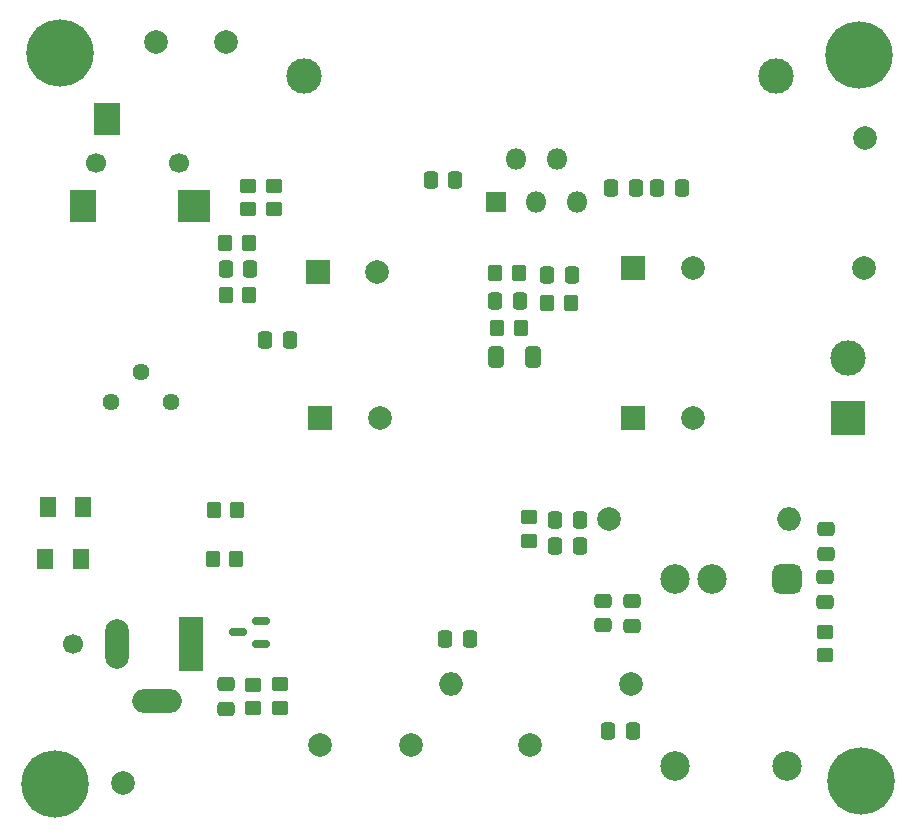
<source format=gbr>
%TF.GenerationSoftware,KiCad,Pcbnew,7.0.11-7.0.11~ubuntu22.04.1*%
%TF.CreationDate,2024-09-03T10:01:50-07:00*%
%TF.ProjectId,audio_pwr_amp_r3,61756469-6f5f-4707-9772-5f616d705f72,rev?*%
%TF.SameCoordinates,Original*%
%TF.FileFunction,Soldermask,Top*%
%TF.FilePolarity,Negative*%
%FSLAX46Y46*%
G04 Gerber Fmt 4.6, Leading zero omitted, Abs format (unit mm)*
G04 Created by KiCad (PCBNEW 7.0.11-7.0.11~ubuntu22.04.1) date 2024-09-03 10:01:50*
%MOMM*%
%LPD*%
G01*
G04 APERTURE LIST*
G04 Aperture macros list*
%AMRoundRect*
0 Rectangle with rounded corners*
0 $1 Rounding radius*
0 $2 $3 $4 $5 $6 $7 $8 $9 X,Y pos of 4 corners*
0 Add a 4 corners polygon primitive as box body*
4,1,4,$2,$3,$4,$5,$6,$7,$8,$9,$2,$3,0*
0 Add four circle primitives for the rounded corners*
1,1,$1+$1,$2,$3*
1,1,$1+$1,$4,$5*
1,1,$1+$1,$6,$7*
1,1,$1+$1,$8,$9*
0 Add four rect primitives between the rounded corners*
20,1,$1+$1,$2,$3,$4,$5,0*
20,1,$1+$1,$4,$5,$6,$7,0*
20,1,$1+$1,$6,$7,$8,$9,0*
20,1,$1+$1,$8,$9,$2,$3,0*%
G04 Aperture macros list end*
%ADD10C,3.000000*%
%ADD11RoundRect,0.250000X0.475000X-0.337500X0.475000X0.337500X-0.475000X0.337500X-0.475000X-0.337500X0*%
%ADD12C,2.000000*%
%ADD13RoundRect,0.250001X0.462499X0.624999X-0.462499X0.624999X-0.462499X-0.624999X0.462499X-0.624999X0*%
%ADD14RoundRect,0.250000X-0.450000X0.350000X-0.450000X-0.350000X0.450000X-0.350000X0.450000X0.350000X0*%
%ADD15RoundRect,0.150000X0.587500X0.150000X-0.587500X0.150000X-0.587500X-0.150000X0.587500X-0.150000X0*%
%ADD16C,3.600000*%
%ADD17C,5.700000*%
%ADD18R,2.000000X2.000000*%
%ADD19C,1.700000*%
%ADD20R,2.200000X2.800000*%
%ADD21R,2.800000X2.800000*%
%ADD22RoundRect,0.250000X-0.337500X-0.475000X0.337500X-0.475000X0.337500X0.475000X-0.337500X0.475000X0*%
%ADD23R,3.000000X3.000000*%
%ADD24RoundRect,0.625000X-0.625000X0.625000X-0.625000X-0.625000X0.625000X-0.625000X0.625000X0.625000X0*%
%ADD25C,2.500000*%
%ADD26RoundRect,0.250000X0.337500X0.475000X-0.337500X0.475000X-0.337500X-0.475000X0.337500X-0.475000X0*%
%ADD27RoundRect,0.250000X-0.350000X-0.450000X0.350000X-0.450000X0.350000X0.450000X-0.350000X0.450000X0*%
%ADD28RoundRect,0.250000X0.412500X0.650000X-0.412500X0.650000X-0.412500X-0.650000X0.412500X-0.650000X0*%
%ADD29RoundRect,0.250000X0.350000X0.450000X-0.350000X0.450000X-0.350000X-0.450000X0.350000X-0.450000X0*%
%ADD30RoundRect,0.250000X0.450000X-0.350000X0.450000X0.350000X-0.450000X0.350000X-0.450000X-0.350000X0*%
%ADD31C,1.440000*%
%ADD32R,2.000000X4.600000*%
%ADD33O,2.000000X4.200000*%
%ADD34O,4.200000X2.000000*%
%ADD35RoundRect,0.250000X-0.475000X0.337500X-0.475000X-0.337500X0.475000X-0.337500X0.475000X0.337500X0*%
%ADD36O,2.000000X2.000000*%
%ADD37R,1.800000X1.800000*%
%ADD38O,1.800000X1.800000*%
%ADD39RoundRect,0.250001X-0.462499X-0.624999X0.462499X-0.624999X0.462499X0.624999X-0.462499X0.624999X0*%
G04 APERTURE END LIST*
D10*
%TO.C,HS1*%
X69413600Y-84223200D03*
X109413600Y-84223200D03*
%TD*%
D11*
%TO.C,C16*%
X113642124Y-124682700D03*
X113642124Y-122607700D03*
%TD*%
D12*
%TO.C,-12Vt1*%
X78513600Y-140923200D03*
%TD*%
%TO.C,Input1*%
X56896000Y-81330800D03*
%TD*%
%TO.C,GND6*%
X88613600Y-140923200D03*
%TD*%
D13*
%TO.C,D1*%
X50535800Y-125142800D03*
X47560800Y-125142800D03*
%TD*%
D14*
%TO.C,R10*%
X65170600Y-135768200D03*
X65170600Y-137768200D03*
%TD*%
D15*
%TO.C,Q1*%
X65775600Y-132308000D03*
X65775600Y-130408000D03*
X63900600Y-131358000D03*
%TD*%
D14*
%TO.C,R5*%
X66913600Y-93523200D03*
X66913600Y-95523200D03*
%TD*%
D16*
%TO.C,H4*%
X116484400Y-82499200D03*
D17*
X116484400Y-82499200D03*
%TD*%
D18*
%TO.C,C5*%
X70645923Y-100823200D03*
D12*
X75645923Y-100823200D03*
%TD*%
D19*
%TO.C,J1*%
X51856000Y-91592400D03*
X58856000Y-91592400D03*
D20*
X52756000Y-87892400D03*
X50756000Y-95292400D03*
D21*
X60156000Y-95292400D03*
%TD*%
D22*
%TO.C,C9*%
X90048700Y-101124300D03*
X92123700Y-101124300D03*
%TD*%
D23*
%TO.C,J2*%
X115513600Y-113163200D03*
D10*
X115513600Y-108083200D03*
%TD*%
D24*
%TO.C,U2*%
X110350324Y-126805000D03*
D25*
X104000324Y-126805000D03*
X100830324Y-126805000D03*
X100830324Y-142695000D03*
X110350324Y-142685000D03*
%TD*%
D12*
%TO.C,GND5*%
X54113600Y-144123200D03*
%TD*%
D26*
%TO.C,C3*%
X68251100Y-106623200D03*
X66176100Y-106623200D03*
%TD*%
%TO.C,C4*%
X64893100Y-100558600D03*
X62818100Y-100558600D03*
%TD*%
D12*
%TO.C,OUTPUT2*%
X116840600Y-100523200D03*
%TD*%
%TO.C,+12Vt1*%
X70813600Y-140923200D03*
%TD*%
D27*
%TO.C,R11*%
X61813600Y-121023200D03*
X63813600Y-121023200D03*
%TD*%
D18*
%TO.C,C1*%
X97345923Y-100533200D03*
D12*
X102345923Y-100533200D03*
%TD*%
D28*
%TO.C,C8*%
X88850700Y-108050700D03*
X85725700Y-108050700D03*
%TD*%
D22*
%TO.C,C22*%
X95476100Y-93723200D03*
X97551100Y-93723200D03*
%TD*%
D29*
%TO.C,R8*%
X87788200Y-105550700D03*
X85788200Y-105550700D03*
%TD*%
D30*
%TO.C,R12*%
X113591324Y-133306600D03*
X113591324Y-131306600D03*
%TD*%
D26*
%TO.C,C20*%
X92788200Y-124028100D03*
X90713200Y-124028100D03*
%TD*%
D27*
%TO.C,R9*%
X61713600Y-125123200D03*
X63713600Y-125123200D03*
%TD*%
D12*
%TO.C,GND4*%
X62839600Y-81330800D03*
%TD*%
D27*
%TO.C,R2*%
X62813600Y-102823200D03*
X64813600Y-102823200D03*
%TD*%
D16*
%TO.C,H3*%
X116613600Y-143923200D03*
D17*
X116613600Y-143923200D03*
%TD*%
D29*
%TO.C,R1*%
X64804800Y-98425000D03*
X62804800Y-98425000D03*
%TD*%
D30*
%TO.C,R3*%
X64713600Y-95523200D03*
X64713600Y-93523200D03*
%TD*%
D31*
%TO.C,RV1*%
X58213600Y-111823200D03*
X55673600Y-109283200D03*
X53133600Y-111823200D03*
%TD*%
D22*
%TO.C,C11*%
X81404024Y-131918600D03*
X83479024Y-131918600D03*
%TD*%
D30*
%TO.C,R13*%
X88513600Y-123623200D03*
X88513600Y-121623200D03*
%TD*%
D22*
%TO.C,C6*%
X80176100Y-93023200D03*
X82251100Y-93023200D03*
%TD*%
D26*
%TO.C,C7*%
X87733100Y-103323200D03*
X85658100Y-103323200D03*
%TD*%
D14*
%TO.C,R14*%
X67431200Y-135742800D03*
X67431200Y-137742800D03*
%TD*%
D11*
%TO.C,C10*%
X62848950Y-137799250D03*
X62848950Y-135724250D03*
%TD*%
D12*
%TO.C,GND3*%
X116992400Y-89458800D03*
%TD*%
D27*
%TO.C,R7*%
X90060800Y-103435700D03*
X92060800Y-103435700D03*
%TD*%
D11*
%TO.C,C14*%
X94769924Y-130756100D03*
X94769924Y-128681100D03*
%TD*%
D18*
%TO.C,C12*%
X70845923Y-113223200D03*
D12*
X75845923Y-113223200D03*
%TD*%
D22*
%TO.C,C19*%
X90738600Y-121843700D03*
X92813600Y-121843700D03*
%TD*%
D19*
%TO.C,J3*%
X49913600Y-132323200D03*
D32*
X59913600Y-132323200D03*
D33*
X53613600Y-132323200D03*
D34*
X57013600Y-137123200D03*
%TD*%
D26*
%TO.C,C13*%
X97279024Y-139718600D03*
X95204024Y-139718600D03*
%TD*%
D16*
%TO.C,H1*%
X48412400Y-144221200D03*
D17*
X48412400Y-144221200D03*
%TD*%
D35*
%TO.C,C21*%
X97182924Y-128716600D03*
X97182924Y-130791600D03*
%TD*%
D11*
%TO.C,C18*%
X113591324Y-128746700D03*
X113591324Y-126671700D03*
%TD*%
D27*
%TO.C,R6*%
X85644800Y-100884800D03*
X87644800Y-100884800D03*
%TD*%
D12*
%TO.C,FB2*%
X95288600Y-121723200D03*
D36*
X110528600Y-121723200D03*
%TD*%
D12*
%TO.C,FB1*%
X97166524Y-135718600D03*
D36*
X81926524Y-135718600D03*
%TD*%
D26*
%TO.C,C2*%
X101451100Y-93723200D03*
X99376100Y-93723200D03*
%TD*%
D37*
%TO.C,U1*%
X85734000Y-94951300D03*
D38*
X87434000Y-91251300D03*
X89134000Y-94951300D03*
X90834000Y-91251300D03*
X92534000Y-94951300D03*
%TD*%
D39*
%TO.C,D2*%
X47738600Y-120723200D03*
X50713600Y-120723200D03*
%TD*%
D16*
%TO.C,H2*%
X48793400Y-82321400D03*
D17*
X48793400Y-82321400D03*
%TD*%
D18*
%TO.C,C15*%
X97345923Y-113223200D03*
D12*
X102345923Y-113223200D03*
%TD*%
M02*

</source>
